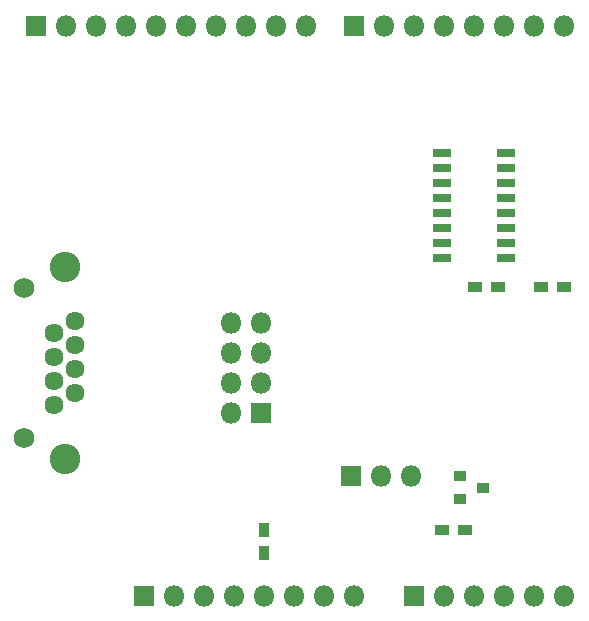
<source format=gbr>
%TF.GenerationSoftware,KiCad,Pcbnew,(5.1.6-0-10_14)*%
%TF.CreationDate,2022-12-11T12:30:35+09:00*%
%TF.ProjectId,MuxReadoutBoard,4d757852-6561-4646-9f75-74426f617264,rev?*%
%TF.SameCoordinates,Original*%
%TF.FileFunction,Soldermask,Bot*%
%TF.FilePolarity,Negative*%
%FSLAX46Y46*%
G04 Gerber Fmt 4.6, Leading zero omitted, Abs format (unit mm)*
G04 Created by KiCad (PCBNEW (5.1.6-0-10_14)) date 2022-12-11 12:30:35*
%MOMM*%
%LPD*%
G01*
G04 APERTURE LIST*
%ADD10R,1.100000X0.900000*%
%ADD11R,1.300000X0.850000*%
%ADD12C,2.575000*%
%ADD13C,1.750000*%
%ADD14C,1.609000*%
%ADD15O,1.800000X1.800000*%
%ADD16R,1.800000X1.800000*%
%ADD17R,1.600000X0.700000*%
%ADD18R,0.850000X1.300000*%
G04 APERTURE END LIST*
D10*
%TO.C,U2*%
X158226000Y-140716000D03*
X156226000Y-139766000D03*
X156226000Y-141666000D03*
%TD*%
D11*
%TO.C,C1*%
X163134000Y-123698000D03*
X165034000Y-123698000D03*
%TD*%
D12*
%TO.C,J1*%
X122810000Y-122071000D03*
X122810000Y-138271000D03*
D13*
X119380000Y-123821000D03*
X119380000Y-136521000D03*
D14*
X123700000Y-126591000D03*
X121920000Y-127611000D03*
X123700000Y-128631000D03*
X121920000Y-129651000D03*
X123700000Y-130671000D03*
X121920000Y-131691000D03*
X123700000Y-132711000D03*
X121920000Y-133731000D03*
%TD*%
D15*
%TO.C,J5*%
X147320000Y-149860000D03*
X144780000Y-149860000D03*
X142240000Y-149860000D03*
X139700000Y-149860000D03*
X137160000Y-149860000D03*
X134620000Y-149860000D03*
X132080000Y-149860000D03*
D16*
X129540000Y-149860000D03*
%TD*%
D17*
%TO.C,U1*%
X160180000Y-121285000D03*
X160180000Y-120015000D03*
X160180000Y-118745000D03*
X160180000Y-117475000D03*
X160180000Y-116205000D03*
X160180000Y-114935000D03*
X160180000Y-113665000D03*
X160180000Y-112395000D03*
X154780000Y-112395000D03*
X154780000Y-113665000D03*
X154780000Y-114935000D03*
X154780000Y-116205000D03*
X154780000Y-117475000D03*
X154780000Y-118745000D03*
X154780000Y-120015000D03*
X154780000Y-121285000D03*
%TD*%
D15*
%TO.C,J3*%
X143256000Y-101600000D03*
X140716000Y-101600000D03*
X138176000Y-101600000D03*
X135636000Y-101600000D03*
X133096000Y-101600000D03*
X130556000Y-101600000D03*
X128016000Y-101600000D03*
X125476000Y-101600000D03*
X122936000Y-101600000D03*
D16*
X120396000Y-101600000D03*
%TD*%
D15*
%TO.C,J4*%
X165100000Y-101600000D03*
X162560000Y-101600000D03*
X160020000Y-101600000D03*
X157480000Y-101600000D03*
X154940000Y-101600000D03*
X152400000Y-101600000D03*
X149860000Y-101600000D03*
D16*
X147320000Y-101600000D03*
%TD*%
D15*
%TO.C,J6*%
X165100000Y-149860000D03*
X162560000Y-149860000D03*
X160020000Y-149860000D03*
X157480000Y-149860000D03*
X154940000Y-149860000D03*
D16*
X152400000Y-149860000D03*
%TD*%
D15*
%TO.C,J2*%
X136906000Y-126746000D03*
X139446000Y-126746000D03*
X136906000Y-129286000D03*
X139446000Y-129286000D03*
X136906000Y-131826000D03*
X139446000Y-131826000D03*
X136906000Y-134366000D03*
D16*
X139446000Y-134366000D03*
%TD*%
D11*
%TO.C,C2*%
X157546000Y-123698000D03*
X159446000Y-123698000D03*
%TD*%
D18*
%TO.C,C3*%
X139700000Y-144338000D03*
X139700000Y-146238000D03*
%TD*%
D11*
%TO.C,C4*%
X156652000Y-144272000D03*
X154752000Y-144272000D03*
%TD*%
D15*
%TO.C,J7*%
X152146000Y-139700000D03*
X149606000Y-139700000D03*
D16*
X147066000Y-139700000D03*
%TD*%
M02*

</source>
